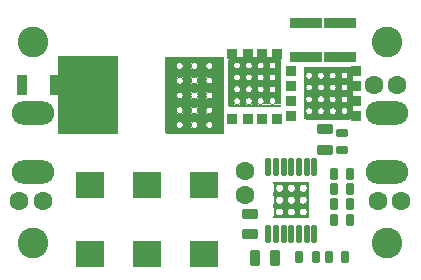
<source format=gts>
G04*
G04 #@! TF.GenerationSoftware,Altium Limited,Altium Designer,20.1.8 (145)*
G04*
G04 Layer_Color=32768*
%FSAX44Y44*%
%MOMM*%
G71*
G04*
G04 #@! TF.SameCoordinates,DAE18ED5-9265-4BEA-8E83-C5C8D91DC67F*
G04*
G04*
G04 #@! TF.FilePolarity,Negative*
G04*
G01*
G75*
G04:AMPARAMS|DCode=16|XSize=0.9mm|YSize=0.8mm|CornerRadius=0.0535mm|HoleSize=0mm|Usage=FLASHONLY|Rotation=90.000|XOffset=0mm|YOffset=0mm|HoleType=Round|Shape=RoundedRectangle|*
%AMROUNDEDRECTD16*
21,1,0.9000,0.6930,0,0,90.0*
21,1,0.7930,0.8000,0,0,90.0*
1,1,0.1070,0.3465,0.3965*
1,1,0.1070,0.3465,-0.3965*
1,1,0.1070,-0.3465,-0.3965*
1,1,0.1070,-0.3465,0.3965*
%
%ADD16ROUNDEDRECTD16*%
G04:AMPARAMS|DCode=18|XSize=0.9mm|YSize=0.8mm|CornerRadius=0.0535mm|HoleSize=0mm|Usage=FLASHONLY|Rotation=0.000|XOffset=0mm|YOffset=0mm|HoleType=Round|Shape=RoundedRectangle|*
%AMROUNDEDRECTD18*
21,1,0.9000,0.6930,0,0,0.0*
21,1,0.7930,0.8000,0,0,0.0*
1,1,0.1070,0.3965,-0.3465*
1,1,0.1070,-0.3965,-0.3465*
1,1,0.1070,-0.3965,0.3465*
1,1,0.1070,0.3965,0.3465*
%
%ADD18ROUNDEDRECTD18*%
%ADD30C,0.1000*%
%ADD31C,0.2000*%
%ADD32R,5.0000X0.5000*%
%ADD33R,5.0000X0.7500*%
%ADD34R,1.0000X6.5000*%
%ADD35R,0.7500X6.5000*%
%ADD36R,4.5000X0.5000*%
%ADD37R,0.5000X3.7500*%
%ADD38R,0.5000X4.0000*%
%ADD39R,4.5000X0.2500*%
%ADD40R,0.5000X4.0000*%
%ADD41R,4.0000X0.5000*%
%ADD42R,0.2500X4.5000*%
%ADD43R,3.7500X0.5000*%
%ADD44R,0.5000X4.5000*%
%ADD45R,4.0000X0.5000*%
%ADD46R,3.7500X0.5000*%
%ADD47R,0.5000X4.5000*%
%ADD48R,3.1000X0.4000*%
%ADD49R,3.1000X0.2500*%
%ADD50R,0.2500X3.1000*%
%ADD51R,0.2500X3.1000*%
%ADD52R,0.4000X3.1000*%
%ADD53R,0.4000X3.1000*%
G04:AMPARAMS|DCode=54|XSize=6.6016mm|YSize=5.1016mm|CornerRadius=0.0758mm|HoleSize=0mm|Usage=FLASHONLY|Rotation=90.000|XOffset=0mm|YOffset=0mm|HoleType=Round|Shape=RoundedRectangle|*
%AMROUNDEDRECTD54*
21,1,6.6016,4.9500,0,0,90.0*
21,1,6.4500,5.1016,0,0,90.0*
1,1,0.1516,2.4750,3.2250*
1,1,0.1516,2.4750,-3.2250*
1,1,0.1516,-2.4750,-3.2250*
1,1,0.1516,-2.4750,3.2250*
%
%ADD54ROUNDEDRECTD54*%
G04:AMPARAMS|DCode=55|XSize=0.95mm|YSize=0.6mm|CornerRadius=0.0525mm|HoleSize=0mm|Usage=FLASHONLY|Rotation=90.000|XOffset=0mm|YOffset=0mm|HoleType=Round|Shape=RoundedRectangle|*
%AMROUNDEDRECTD55*
21,1,0.9500,0.4950,0,0,90.0*
21,1,0.8450,0.6000,0,0,90.0*
1,1,0.1050,0.2475,0.4225*
1,1,0.1050,0.2475,-0.4225*
1,1,0.1050,-0.2475,-0.4225*
1,1,0.1050,-0.2475,0.4225*
%
%ADD55ROUNDEDRECTD55*%
G04:AMPARAMS|DCode=56|XSize=0.95mm|YSize=0.65mm|CornerRadius=0.0527mm|HoleSize=0mm|Usage=FLASHONLY|Rotation=270.000|XOffset=0mm|YOffset=0mm|HoleType=Round|Shape=RoundedRectangle|*
%AMROUNDEDRECTD56*
21,1,0.9500,0.5445,0,0,270.0*
21,1,0.8445,0.6500,0,0,270.0*
1,1,0.1055,-0.2723,-0.4223*
1,1,0.1055,-0.2723,0.4223*
1,1,0.1055,0.2723,0.4223*
1,1,0.1055,0.2723,-0.4223*
%
%ADD56ROUNDEDRECTD56*%
G04:AMPARAMS|DCode=57|XSize=1.75mm|YSize=0.9mm|CornerRadius=0.054mm|HoleSize=0mm|Usage=FLASHONLY|Rotation=90.000|XOffset=0mm|YOffset=0mm|HoleType=Round|Shape=RoundedRectangle|*
%AMROUNDEDRECTD57*
21,1,1.7500,0.7920,0,0,90.0*
21,1,1.6420,0.9000,0,0,90.0*
1,1,0.1080,0.3960,0.8210*
1,1,0.1080,0.3960,-0.8210*
1,1,0.1080,-0.3960,-0.8210*
1,1,0.1080,-0.3960,0.8210*
%
%ADD57ROUNDEDRECTD57*%
G04:AMPARAMS|DCode=58|XSize=2.45mm|YSize=2.2mm|CornerRadius=0.0605mm|HoleSize=0mm|Usage=FLASHONLY|Rotation=180.000|XOffset=0mm|YOffset=0mm|HoleType=Round|Shape=RoundedRectangle|*
%AMROUNDEDRECTD58*
21,1,2.4500,2.0790,0,0,180.0*
21,1,2.3290,2.2000,0,0,180.0*
1,1,0.1210,-1.1645,1.0395*
1,1,0.1210,1.1645,1.0395*
1,1,0.1210,1.1645,-1.0395*
1,1,0.1210,-1.1645,-1.0395*
%
%ADD58ROUNDEDRECTD58*%
G04:AMPARAMS|DCode=59|XSize=1.5224mm|YSize=0.45mm|CornerRadius=0.0518mm|HoleSize=0mm|Usage=FLASHONLY|Rotation=270.000|XOffset=0mm|YOffset=0mm|HoleType=Round|Shape=RoundedRectangle|*
%AMROUNDEDRECTD59*
21,1,1.5224,0.3465,0,0,270.0*
21,1,1.4189,0.4500,0,0,270.0*
1,1,0.1035,-0.1733,-0.7095*
1,1,0.1035,-0.1733,0.7095*
1,1,0.1035,0.1733,0.7095*
1,1,0.1035,0.1733,-0.7095*
%
%ADD59ROUNDEDRECTD59*%
G04:AMPARAMS|DCode=60|XSize=1.3mm|YSize=0.8mm|CornerRadius=0.0535mm|HoleSize=0mm|Usage=FLASHONLY|Rotation=180.000|XOffset=0mm|YOffset=0mm|HoleType=Round|Shape=RoundedRectangle|*
%AMROUNDEDRECTD60*
21,1,1.3000,0.6930,0,0,180.0*
21,1,1.1930,0.8000,0,0,180.0*
1,1,0.1070,-0.5965,0.3465*
1,1,0.1070,0.5965,0.3465*
1,1,0.1070,0.5965,-0.3465*
1,1,0.1070,-0.5965,-0.3465*
%
%ADD60ROUNDEDRECTD60*%
G04:AMPARAMS|DCode=61|XSize=1.3mm|YSize=0.8mm|CornerRadius=0.0535mm|HoleSize=0mm|Usage=FLASHONLY|Rotation=90.000|XOffset=0mm|YOffset=0mm|HoleType=Round|Shape=RoundedRectangle|*
%AMROUNDEDRECTD61*
21,1,1.3000,0.6930,0,0,90.0*
21,1,1.1930,0.8000,0,0,90.0*
1,1,0.1070,0.3465,0.5965*
1,1,0.1070,0.3465,-0.5965*
1,1,0.1070,-0.3465,-0.5965*
1,1,0.1070,-0.3465,0.5965*
%
%ADD61ROUNDEDRECTD61*%
G04:AMPARAMS|DCode=62|XSize=0.95mm|YSize=0.6mm|CornerRadius=0.0525mm|HoleSize=0mm|Usage=FLASHONLY|Rotation=180.000|XOffset=0mm|YOffset=0mm|HoleType=Round|Shape=RoundedRectangle|*
%AMROUNDEDRECTD62*
21,1,0.9500,0.4950,0,0,180.0*
21,1,0.8450,0.6000,0,0,180.0*
1,1,0.1050,-0.4225,0.2475*
1,1,0.1050,0.4225,0.2475*
1,1,0.1050,0.4225,-0.2475*
1,1,0.1050,-0.4225,-0.2475*
%
%ADD62ROUNDEDRECTD62*%
G04:AMPARAMS|DCode=63|XSize=2.65mm|YSize=0.9mm|CornerRadius=0.054mm|HoleSize=0mm|Usage=FLASHONLY|Rotation=0.000|XOffset=0mm|YOffset=0mm|HoleType=Round|Shape=RoundedRectangle|*
%AMROUNDEDRECTD63*
21,1,2.6500,0.7920,0,0,0.0*
21,1,2.5420,0.9000,0,0,0.0*
1,1,0.1080,1.2710,-0.3960*
1,1,0.1080,-1.2710,-0.3960*
1,1,0.1080,-1.2710,0.3960*
1,1,0.1080,1.2710,0.3960*
%
%ADD63ROUNDEDRECTD63*%
%ADD64O,3.6000X2.0000*%
%ADD65C,2.6000*%
%ADD66C,1.6000*%
D16*
X00194013Y00130250D02*
D03*
Y00185300D02*
D03*
X00207013D02*
D03*
X00219013D02*
D03*
X00232013D02*
D03*
Y00130250D02*
D03*
X00219013D02*
D03*
X00207013D02*
D03*
D18*
X00244013Y00157750D02*
D03*
Y00145750D02*
D03*
Y00132750D02*
D03*
X00299063D02*
D03*
Y00145750D02*
D03*
Y00157750D02*
D03*
Y00170750D02*
D03*
X00244013D02*
D03*
D30*
X00177502Y00125000D02*
G03*
X00177502Y00125000I-00003000J00000000D01*
G01*
Y00137500D02*
G03*
X00177502Y00137500I-00003000J00000000D01*
G01*
Y00150000D02*
G03*
X00177502Y00150000I-00003000J00000000D01*
G01*
Y00162500D02*
G03*
X00177502Y00162500I-00003000J00000000D01*
G01*
Y00175000D02*
G03*
X00177502Y00175000I-00003000J00000000D01*
G01*
X00165002D02*
G03*
X00165002Y00175000I-00003000J00000000D01*
G01*
Y00162500D02*
G03*
X00165002Y00162500I-00003000J00000000D01*
G01*
Y00150000D02*
G03*
X00165002Y00150000I-00003000J00000000D01*
G01*
Y00137500D02*
G03*
X00165002Y00137500I-00003000J00000000D01*
G01*
Y00125000D02*
G03*
X00165002Y00125000I-00003000J00000000D01*
G01*
X00152502Y00175000D02*
G03*
X00152502Y00175000I-00003000J00000000D01*
G01*
Y00162500D02*
G03*
X00152502Y00162500I-00003000J00000000D01*
G01*
Y00150000D02*
G03*
X00152502Y00150000I-00003000J00000000D01*
G01*
Y00137500D02*
G03*
X00152502Y00137500I-00003000J00000000D01*
G01*
Y00125000D02*
G03*
X00152502Y00125000I-00003000J00000000D01*
G01*
X00231013Y00145275D02*
G03*
X00231013Y00145275I-00003000J00000000D01*
G01*
Y00155275D02*
G03*
X00231013Y00155275I-00003000J00000000D01*
G01*
Y00165275D02*
G03*
X00231013Y00165275I-00003000J00000000D01*
G01*
Y00175275D02*
G03*
X00231013Y00175275I-00003000J00000000D01*
G01*
X00221013D02*
G03*
X00221013Y00175275I-00003000J00000000D01*
G01*
Y00165275D02*
G03*
X00221013Y00165275I-00003000J00000000D01*
G01*
Y00155275D02*
G03*
X00221013Y00155275I-00003000J00000000D01*
G01*
Y00145275D02*
G03*
X00221013Y00145275I-00003000J00000000D01*
G01*
X00211013D02*
G03*
X00211013Y00145275I-00003000J00000000D01*
G01*
Y00155275D02*
G03*
X00211013Y00155275I-00003000J00000000D01*
G01*
Y00165275D02*
G03*
X00211013Y00165275I-00003000J00000000D01*
G01*
Y00175275D02*
G03*
X00211013Y00175275I-00003000J00000000D01*
G01*
X00200975Y00175307D02*
G03*
X00200975Y00175307I-00003000J00000000D01*
G01*
X00201013Y00165275D02*
G03*
X00201013Y00165275I-00003000J00000000D01*
G01*
Y00155275D02*
G03*
X00201013Y00155275I-00003000J00000000D01*
G01*
Y00145275D02*
G03*
X00201013Y00145275I-00003000J00000000D01*
G01*
X00262038Y00166750D02*
G03*
X00262038Y00166750I-00003000J00000000D01*
G01*
X00272038D02*
G03*
X00272038Y00166750I-00003000J00000000D01*
G01*
X00282038D02*
G03*
X00282038Y00166750I-00003000J00000000D01*
G01*
X00292070Y00166789D02*
G03*
X00292070Y00166789I-00003000J00000000D01*
G01*
X00292038Y00156750D02*
G03*
X00292038Y00156750I-00003000J00000000D01*
G01*
X00282038D02*
G03*
X00282038Y00156750I-00003000J00000000D01*
G01*
X00272038D02*
G03*
X00272038Y00156750I-00003000J00000000D01*
G01*
X00262038D02*
G03*
X00262038Y00156750I-00003000J00000000D01*
G01*
Y00146750D02*
G03*
X00262038Y00146750I-00003000J00000000D01*
G01*
X00272038D02*
G03*
X00272038Y00146750I-00003000J00000000D01*
G01*
X00282038D02*
G03*
X00282038Y00146750I-00003000J00000000D01*
G01*
X00292038D02*
G03*
X00292038Y00146750I-00003000J00000000D01*
G01*
Y00136750D02*
G03*
X00292038Y00136750I-00003000J00000000D01*
G01*
X00282038D02*
G03*
X00282038Y00136750I-00003000J00000000D01*
G01*
X00272038D02*
G03*
X00272038Y00136750I-00003000J00000000D01*
G01*
X00262038D02*
G03*
X00262038Y00136750I-00003000J00000000D01*
G01*
D31*
X00248013Y00061354D02*
G03*
X00248013Y00061354I-00004000J00000000D01*
G01*
X00258013Y00071354D02*
G03*
X00258013Y00071354I-00004000J00000000D01*
G01*
Y00061354D02*
G03*
X00258013Y00061354I-00004000J00000000D01*
G01*
Y00051354D02*
G03*
X00258013Y00051354I-00004000J00000000D01*
G01*
X00248013D02*
G03*
X00248013Y00051354I-00004000J00000000D01*
G01*
Y00071354D02*
G03*
X00248013Y00071354I-00004000J00000000D01*
G01*
X00238013D02*
G03*
X00238013Y00071354I-00004000J00000000D01*
G01*
Y00061354D02*
G03*
X00238013Y00061354I-00004000J00000000D01*
G01*
Y00051354D02*
G03*
X00238013Y00051354I-00004000J00000000D01*
G01*
D32*
X00162002Y00120000D02*
D03*
X00162003Y00180000D02*
D03*
D33*
X00162003Y00131250D02*
D03*
Y00143750D02*
D03*
X00162003Y00156250D02*
D03*
Y00168750D02*
D03*
D34*
X00182002Y00150000D02*
D03*
X00142002Y00150000D02*
D03*
D35*
X00168252Y00150000D02*
D03*
X00155752D02*
D03*
D36*
X00213013Y00170275D02*
D03*
Y00160275D02*
D03*
X00213013Y00150275D02*
D03*
X00213013Y00180275D02*
D03*
D37*
X00223013Y00161525D02*
D03*
X00233013Y00161525D02*
D03*
D38*
X00213013Y00160275D02*
D03*
X00203013D02*
D03*
D39*
X00213013Y00141525D02*
D03*
D40*
X00193013Y00160275D02*
D03*
D41*
X00274038Y00171750D02*
D03*
D42*
X00255288Y00151750D02*
D03*
D43*
X00275288Y00131750D02*
D03*
D44*
X00294038Y00151750D02*
D03*
X00274038D02*
D03*
X00284038D02*
D03*
D45*
X00274038Y00161750D02*
D03*
Y00151750D02*
D03*
D46*
X00275288Y00141750D02*
D03*
D47*
X00264038Y00151750D02*
D03*
D48*
X00244013Y00066354D02*
D03*
Y00056354D02*
D03*
D49*
Y00047104D02*
D03*
X00244013Y00075604D02*
D03*
D50*
X00229763Y00061354D02*
D03*
D51*
X00258263Y00061354D02*
D03*
D52*
X00249013D02*
D03*
D53*
X00239013Y00061354D02*
D03*
D54*
X00072003Y00150000D02*
D03*
D55*
X00279750Y00083111D02*
D03*
X00293750D02*
D03*
X00279750Y00070530D02*
D03*
X00293750D02*
D03*
X00275515Y00012999D02*
D03*
X00289515D02*
D03*
X00279750Y00057722D02*
D03*
X00293750D02*
D03*
D56*
X00279750Y00044934D02*
D03*
X00293750D02*
D03*
X00250513Y00012999D02*
D03*
X00264513D02*
D03*
D57*
X00015742Y00159000D02*
D03*
X00044242D02*
D03*
D58*
X00073750Y00015499D02*
D03*
Y00073999D02*
D03*
X00121753D02*
D03*
Y00015499D02*
D03*
X00169755D02*
D03*
Y00073999D02*
D03*
D59*
X00224513Y00089802D02*
D03*
X00231013D02*
D03*
X00237513D02*
D03*
X00244013D02*
D03*
X00250513D02*
D03*
X00257013D02*
D03*
X00263513D02*
D03*
X00263513Y00032906D02*
D03*
X00257013D02*
D03*
X00250513D02*
D03*
X00244013D02*
D03*
X00237513D02*
D03*
X00231013D02*
D03*
X00224513D02*
D03*
D60*
X00209271D02*
D03*
Y00049906D02*
D03*
X00272739Y00104253D02*
D03*
Y00121253D02*
D03*
D61*
X00229799Y00012349D02*
D03*
X00212799D02*
D03*
D62*
X00287084Y00118205D02*
D03*
Y00104205D02*
D03*
D63*
X00285567Y00211253D02*
D03*
Y00182753D02*
D03*
X00256564Y00211253D02*
D03*
Y00182753D02*
D03*
D64*
X00324840Y00085000D02*
D03*
Y00135000D02*
D03*
X00025000Y00085000D02*
D03*
Y00135000D02*
D03*
D65*
X00324840Y00025000D02*
D03*
Y00195000D02*
D03*
X00025000Y00025000D02*
D03*
Y00195000D02*
D03*
D66*
X00317090Y00060749D02*
D03*
X00313590Y00158750D02*
D03*
X00013781Y00060749D02*
D03*
X00033781D02*
D03*
X00333590Y00158750D02*
D03*
X00337090Y00060749D02*
D03*
X00205026Y00085703D02*
D03*
Y00065703D02*
D03*
M02*

</source>
